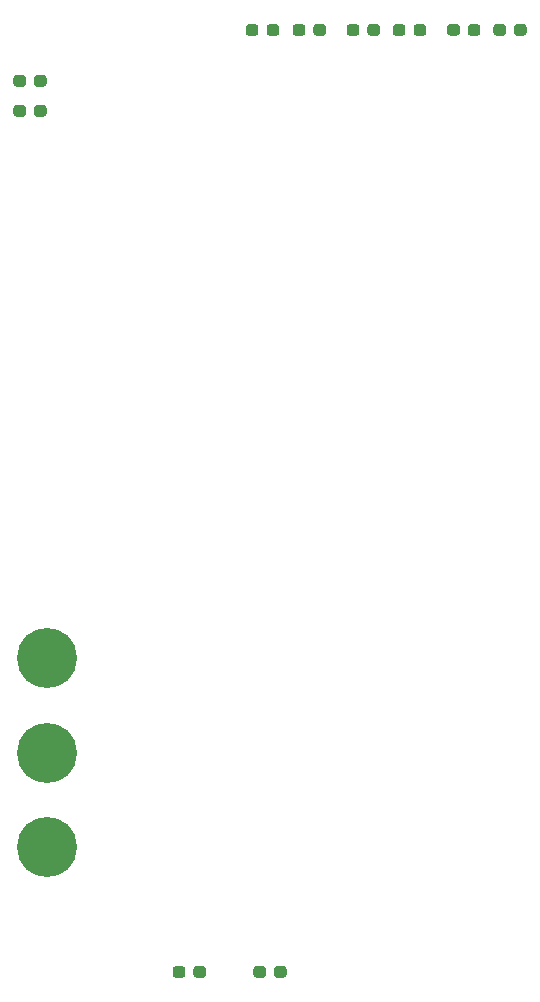
<source format=gbr>
G04 #@! TF.GenerationSoftware,KiCad,Pcbnew,(5.0.0)*
G04 #@! TF.CreationDate,2018-12-18T18:47:31-06:00*
G04 #@! TF.ProjectId,LightingBoard_Hardware,4C69676874696E67426F6172645F4861,rev?*
G04 #@! TF.SameCoordinates,Original*
G04 #@! TF.FileFunction,Paste,Top*
G04 #@! TF.FilePolarity,Positive*
%FSLAX46Y46*%
G04 Gerber Fmt 4.6, Leading zero omitted, Abs format (unit mm)*
G04 Created by KiCad (PCBNEW (5.0.0)) date 12/18/18 18:47:31*
%MOMM*%
%LPD*%
G01*
G04 APERTURE LIST*
%ADD10C,0.100000*%
%ADD11C,0.950000*%
%ADD12C,5.080000*%
G04 APERTURE END LIST*
D10*
G04 #@! TO.C,C1*
G36*
X118293779Y-49945144D02*
X118316834Y-49948563D01*
X118339443Y-49954227D01*
X118361387Y-49962079D01*
X118382457Y-49972044D01*
X118402448Y-49984026D01*
X118421168Y-49997910D01*
X118438438Y-50013562D01*
X118454090Y-50030832D01*
X118467974Y-50049552D01*
X118479956Y-50069543D01*
X118489921Y-50090613D01*
X118497773Y-50112557D01*
X118503437Y-50135166D01*
X118506856Y-50158221D01*
X118508000Y-50181500D01*
X118508000Y-50656500D01*
X118506856Y-50679779D01*
X118503437Y-50702834D01*
X118497773Y-50725443D01*
X118489921Y-50747387D01*
X118479956Y-50768457D01*
X118467974Y-50788448D01*
X118454090Y-50807168D01*
X118438438Y-50824438D01*
X118421168Y-50840090D01*
X118402448Y-50853974D01*
X118382457Y-50865956D01*
X118361387Y-50875921D01*
X118339443Y-50883773D01*
X118316834Y-50889437D01*
X118293779Y-50892856D01*
X118270500Y-50894000D01*
X117695500Y-50894000D01*
X117672221Y-50892856D01*
X117649166Y-50889437D01*
X117626557Y-50883773D01*
X117604613Y-50875921D01*
X117583543Y-50865956D01*
X117563552Y-50853974D01*
X117544832Y-50840090D01*
X117527562Y-50824438D01*
X117511910Y-50807168D01*
X117498026Y-50788448D01*
X117486044Y-50768457D01*
X117476079Y-50747387D01*
X117468227Y-50725443D01*
X117462563Y-50702834D01*
X117459144Y-50679779D01*
X117458000Y-50656500D01*
X117458000Y-50181500D01*
X117459144Y-50158221D01*
X117462563Y-50135166D01*
X117468227Y-50112557D01*
X117476079Y-50090613D01*
X117486044Y-50069543D01*
X117498026Y-50049552D01*
X117511910Y-50030832D01*
X117527562Y-50013562D01*
X117544832Y-49997910D01*
X117563552Y-49984026D01*
X117583543Y-49972044D01*
X117604613Y-49962079D01*
X117626557Y-49954227D01*
X117649166Y-49948563D01*
X117672221Y-49945144D01*
X117695500Y-49944000D01*
X118270500Y-49944000D01*
X118293779Y-49945144D01*
X118293779Y-49945144D01*
G37*
D11*
X117983000Y-50419000D03*
D10*
G36*
X120043779Y-49945144D02*
X120066834Y-49948563D01*
X120089443Y-49954227D01*
X120111387Y-49962079D01*
X120132457Y-49972044D01*
X120152448Y-49984026D01*
X120171168Y-49997910D01*
X120188438Y-50013562D01*
X120204090Y-50030832D01*
X120217974Y-50049552D01*
X120229956Y-50069543D01*
X120239921Y-50090613D01*
X120247773Y-50112557D01*
X120253437Y-50135166D01*
X120256856Y-50158221D01*
X120258000Y-50181500D01*
X120258000Y-50656500D01*
X120256856Y-50679779D01*
X120253437Y-50702834D01*
X120247773Y-50725443D01*
X120239921Y-50747387D01*
X120229956Y-50768457D01*
X120217974Y-50788448D01*
X120204090Y-50807168D01*
X120188438Y-50824438D01*
X120171168Y-50840090D01*
X120152448Y-50853974D01*
X120132457Y-50865956D01*
X120111387Y-50875921D01*
X120089443Y-50883773D01*
X120066834Y-50889437D01*
X120043779Y-50892856D01*
X120020500Y-50894000D01*
X119445500Y-50894000D01*
X119422221Y-50892856D01*
X119399166Y-50889437D01*
X119376557Y-50883773D01*
X119354613Y-50875921D01*
X119333543Y-50865956D01*
X119313552Y-50853974D01*
X119294832Y-50840090D01*
X119277562Y-50824438D01*
X119261910Y-50807168D01*
X119248026Y-50788448D01*
X119236044Y-50768457D01*
X119226079Y-50747387D01*
X119218227Y-50725443D01*
X119212563Y-50702834D01*
X119209144Y-50679779D01*
X119208000Y-50656500D01*
X119208000Y-50181500D01*
X119209144Y-50158221D01*
X119212563Y-50135166D01*
X119218227Y-50112557D01*
X119226079Y-50090613D01*
X119236044Y-50069543D01*
X119248026Y-50049552D01*
X119261910Y-50030832D01*
X119277562Y-50013562D01*
X119294832Y-49997910D01*
X119313552Y-49984026D01*
X119333543Y-49972044D01*
X119354613Y-49962079D01*
X119376557Y-49954227D01*
X119399166Y-49948563D01*
X119422221Y-49945144D01*
X119445500Y-49944000D01*
X120020500Y-49944000D01*
X120043779Y-49945144D01*
X120043779Y-49945144D01*
G37*
D11*
X119733000Y-50419000D03*
G04 #@! TD*
D10*
G04 #@! TO.C,C2*
G36*
X138613779Y-122843144D02*
X138636834Y-122846563D01*
X138659443Y-122852227D01*
X138681387Y-122860079D01*
X138702457Y-122870044D01*
X138722448Y-122882026D01*
X138741168Y-122895910D01*
X138758438Y-122911562D01*
X138774090Y-122928832D01*
X138787974Y-122947552D01*
X138799956Y-122967543D01*
X138809921Y-122988613D01*
X138817773Y-123010557D01*
X138823437Y-123033166D01*
X138826856Y-123056221D01*
X138828000Y-123079500D01*
X138828000Y-123554500D01*
X138826856Y-123577779D01*
X138823437Y-123600834D01*
X138817773Y-123623443D01*
X138809921Y-123645387D01*
X138799956Y-123666457D01*
X138787974Y-123686448D01*
X138774090Y-123705168D01*
X138758438Y-123722438D01*
X138741168Y-123738090D01*
X138722448Y-123751974D01*
X138702457Y-123763956D01*
X138681387Y-123773921D01*
X138659443Y-123781773D01*
X138636834Y-123787437D01*
X138613779Y-123790856D01*
X138590500Y-123792000D01*
X138015500Y-123792000D01*
X137992221Y-123790856D01*
X137969166Y-123787437D01*
X137946557Y-123781773D01*
X137924613Y-123773921D01*
X137903543Y-123763956D01*
X137883552Y-123751974D01*
X137864832Y-123738090D01*
X137847562Y-123722438D01*
X137831910Y-123705168D01*
X137818026Y-123686448D01*
X137806044Y-123666457D01*
X137796079Y-123645387D01*
X137788227Y-123623443D01*
X137782563Y-123600834D01*
X137779144Y-123577779D01*
X137778000Y-123554500D01*
X137778000Y-123079500D01*
X137779144Y-123056221D01*
X137782563Y-123033166D01*
X137788227Y-123010557D01*
X137796079Y-122988613D01*
X137806044Y-122967543D01*
X137818026Y-122947552D01*
X137831910Y-122928832D01*
X137847562Y-122911562D01*
X137864832Y-122895910D01*
X137883552Y-122882026D01*
X137903543Y-122870044D01*
X137924613Y-122860079D01*
X137946557Y-122852227D01*
X137969166Y-122846563D01*
X137992221Y-122843144D01*
X138015500Y-122842000D01*
X138590500Y-122842000D01*
X138613779Y-122843144D01*
X138613779Y-122843144D01*
G37*
D11*
X138303000Y-123317000D03*
D10*
G36*
X140363779Y-122843144D02*
X140386834Y-122846563D01*
X140409443Y-122852227D01*
X140431387Y-122860079D01*
X140452457Y-122870044D01*
X140472448Y-122882026D01*
X140491168Y-122895910D01*
X140508438Y-122911562D01*
X140524090Y-122928832D01*
X140537974Y-122947552D01*
X140549956Y-122967543D01*
X140559921Y-122988613D01*
X140567773Y-123010557D01*
X140573437Y-123033166D01*
X140576856Y-123056221D01*
X140578000Y-123079500D01*
X140578000Y-123554500D01*
X140576856Y-123577779D01*
X140573437Y-123600834D01*
X140567773Y-123623443D01*
X140559921Y-123645387D01*
X140549956Y-123666457D01*
X140537974Y-123686448D01*
X140524090Y-123705168D01*
X140508438Y-123722438D01*
X140491168Y-123738090D01*
X140472448Y-123751974D01*
X140452457Y-123763956D01*
X140431387Y-123773921D01*
X140409443Y-123781773D01*
X140386834Y-123787437D01*
X140363779Y-123790856D01*
X140340500Y-123792000D01*
X139765500Y-123792000D01*
X139742221Y-123790856D01*
X139719166Y-123787437D01*
X139696557Y-123781773D01*
X139674613Y-123773921D01*
X139653543Y-123763956D01*
X139633552Y-123751974D01*
X139614832Y-123738090D01*
X139597562Y-123722438D01*
X139581910Y-123705168D01*
X139568026Y-123686448D01*
X139556044Y-123666457D01*
X139546079Y-123645387D01*
X139538227Y-123623443D01*
X139532563Y-123600834D01*
X139529144Y-123577779D01*
X139528000Y-123554500D01*
X139528000Y-123079500D01*
X139529144Y-123056221D01*
X139532563Y-123033166D01*
X139538227Y-123010557D01*
X139546079Y-122988613D01*
X139556044Y-122967543D01*
X139568026Y-122947552D01*
X139581910Y-122928832D01*
X139597562Y-122911562D01*
X139614832Y-122895910D01*
X139633552Y-122882026D01*
X139653543Y-122870044D01*
X139674613Y-122860079D01*
X139696557Y-122852227D01*
X139719166Y-122846563D01*
X139742221Y-122843144D01*
X139765500Y-122842000D01*
X140340500Y-122842000D01*
X140363779Y-122843144D01*
X140363779Y-122843144D01*
G37*
D11*
X140053000Y-123317000D03*
G04 #@! TD*
D10*
G04 #@! TO.C,C3*
G36*
X131783779Y-122843144D02*
X131806834Y-122846563D01*
X131829443Y-122852227D01*
X131851387Y-122860079D01*
X131872457Y-122870044D01*
X131892448Y-122882026D01*
X131911168Y-122895910D01*
X131928438Y-122911562D01*
X131944090Y-122928832D01*
X131957974Y-122947552D01*
X131969956Y-122967543D01*
X131979921Y-122988613D01*
X131987773Y-123010557D01*
X131993437Y-123033166D01*
X131996856Y-123056221D01*
X131998000Y-123079500D01*
X131998000Y-123554500D01*
X131996856Y-123577779D01*
X131993437Y-123600834D01*
X131987773Y-123623443D01*
X131979921Y-123645387D01*
X131969956Y-123666457D01*
X131957974Y-123686448D01*
X131944090Y-123705168D01*
X131928438Y-123722438D01*
X131911168Y-123738090D01*
X131892448Y-123751974D01*
X131872457Y-123763956D01*
X131851387Y-123773921D01*
X131829443Y-123781773D01*
X131806834Y-123787437D01*
X131783779Y-123790856D01*
X131760500Y-123792000D01*
X131185500Y-123792000D01*
X131162221Y-123790856D01*
X131139166Y-123787437D01*
X131116557Y-123781773D01*
X131094613Y-123773921D01*
X131073543Y-123763956D01*
X131053552Y-123751974D01*
X131034832Y-123738090D01*
X131017562Y-123722438D01*
X131001910Y-123705168D01*
X130988026Y-123686448D01*
X130976044Y-123666457D01*
X130966079Y-123645387D01*
X130958227Y-123623443D01*
X130952563Y-123600834D01*
X130949144Y-123577779D01*
X130948000Y-123554500D01*
X130948000Y-123079500D01*
X130949144Y-123056221D01*
X130952563Y-123033166D01*
X130958227Y-123010557D01*
X130966079Y-122988613D01*
X130976044Y-122967543D01*
X130988026Y-122947552D01*
X131001910Y-122928832D01*
X131017562Y-122911562D01*
X131034832Y-122895910D01*
X131053552Y-122882026D01*
X131073543Y-122870044D01*
X131094613Y-122860079D01*
X131116557Y-122852227D01*
X131139166Y-122846563D01*
X131162221Y-122843144D01*
X131185500Y-122842000D01*
X131760500Y-122842000D01*
X131783779Y-122843144D01*
X131783779Y-122843144D01*
G37*
D11*
X131473000Y-123317000D03*
D10*
G36*
X133533779Y-122843144D02*
X133556834Y-122846563D01*
X133579443Y-122852227D01*
X133601387Y-122860079D01*
X133622457Y-122870044D01*
X133642448Y-122882026D01*
X133661168Y-122895910D01*
X133678438Y-122911562D01*
X133694090Y-122928832D01*
X133707974Y-122947552D01*
X133719956Y-122967543D01*
X133729921Y-122988613D01*
X133737773Y-123010557D01*
X133743437Y-123033166D01*
X133746856Y-123056221D01*
X133748000Y-123079500D01*
X133748000Y-123554500D01*
X133746856Y-123577779D01*
X133743437Y-123600834D01*
X133737773Y-123623443D01*
X133729921Y-123645387D01*
X133719956Y-123666457D01*
X133707974Y-123686448D01*
X133694090Y-123705168D01*
X133678438Y-123722438D01*
X133661168Y-123738090D01*
X133642448Y-123751974D01*
X133622457Y-123763956D01*
X133601387Y-123773921D01*
X133579443Y-123781773D01*
X133556834Y-123787437D01*
X133533779Y-123790856D01*
X133510500Y-123792000D01*
X132935500Y-123792000D01*
X132912221Y-123790856D01*
X132889166Y-123787437D01*
X132866557Y-123781773D01*
X132844613Y-123773921D01*
X132823543Y-123763956D01*
X132803552Y-123751974D01*
X132784832Y-123738090D01*
X132767562Y-123722438D01*
X132751910Y-123705168D01*
X132738026Y-123686448D01*
X132726044Y-123666457D01*
X132716079Y-123645387D01*
X132708227Y-123623443D01*
X132702563Y-123600834D01*
X132699144Y-123577779D01*
X132698000Y-123554500D01*
X132698000Y-123079500D01*
X132699144Y-123056221D01*
X132702563Y-123033166D01*
X132708227Y-123010557D01*
X132716079Y-122988613D01*
X132726044Y-122967543D01*
X132738026Y-122947552D01*
X132751910Y-122928832D01*
X132767562Y-122911562D01*
X132784832Y-122895910D01*
X132803552Y-122882026D01*
X132823543Y-122870044D01*
X132844613Y-122860079D01*
X132866557Y-122852227D01*
X132889166Y-122846563D01*
X132912221Y-122843144D01*
X132935500Y-122842000D01*
X133510500Y-122842000D01*
X133533779Y-122843144D01*
X133533779Y-122843144D01*
G37*
D11*
X133223000Y-123317000D03*
G04 #@! TD*
D12*
G04 #@! TO.C,Conn1*
X120294400Y-112775000D03*
X120294400Y-104776000D03*
X120294400Y-96775000D03*
G04 #@! TD*
D10*
G04 #@! TO.C,D2*
G36*
X143693779Y-43087144D02*
X143716834Y-43090563D01*
X143739443Y-43096227D01*
X143761387Y-43104079D01*
X143782457Y-43114044D01*
X143802448Y-43126026D01*
X143821168Y-43139910D01*
X143838438Y-43155562D01*
X143854090Y-43172832D01*
X143867974Y-43191552D01*
X143879956Y-43211543D01*
X143889921Y-43232613D01*
X143897773Y-43254557D01*
X143903437Y-43277166D01*
X143906856Y-43300221D01*
X143908000Y-43323500D01*
X143908000Y-43798500D01*
X143906856Y-43821779D01*
X143903437Y-43844834D01*
X143897773Y-43867443D01*
X143889921Y-43889387D01*
X143879956Y-43910457D01*
X143867974Y-43930448D01*
X143854090Y-43949168D01*
X143838438Y-43966438D01*
X143821168Y-43982090D01*
X143802448Y-43995974D01*
X143782457Y-44007956D01*
X143761387Y-44017921D01*
X143739443Y-44025773D01*
X143716834Y-44031437D01*
X143693779Y-44034856D01*
X143670500Y-44036000D01*
X143095500Y-44036000D01*
X143072221Y-44034856D01*
X143049166Y-44031437D01*
X143026557Y-44025773D01*
X143004613Y-44017921D01*
X142983543Y-44007956D01*
X142963552Y-43995974D01*
X142944832Y-43982090D01*
X142927562Y-43966438D01*
X142911910Y-43949168D01*
X142898026Y-43930448D01*
X142886044Y-43910457D01*
X142876079Y-43889387D01*
X142868227Y-43867443D01*
X142862563Y-43844834D01*
X142859144Y-43821779D01*
X142858000Y-43798500D01*
X142858000Y-43323500D01*
X142859144Y-43300221D01*
X142862563Y-43277166D01*
X142868227Y-43254557D01*
X142876079Y-43232613D01*
X142886044Y-43211543D01*
X142898026Y-43191552D01*
X142911910Y-43172832D01*
X142927562Y-43155562D01*
X142944832Y-43139910D01*
X142963552Y-43126026D01*
X142983543Y-43114044D01*
X143004613Y-43104079D01*
X143026557Y-43096227D01*
X143049166Y-43090563D01*
X143072221Y-43087144D01*
X143095500Y-43086000D01*
X143670500Y-43086000D01*
X143693779Y-43087144D01*
X143693779Y-43087144D01*
G37*
D11*
X143383000Y-43561000D03*
D10*
G36*
X141943779Y-43087144D02*
X141966834Y-43090563D01*
X141989443Y-43096227D01*
X142011387Y-43104079D01*
X142032457Y-43114044D01*
X142052448Y-43126026D01*
X142071168Y-43139910D01*
X142088438Y-43155562D01*
X142104090Y-43172832D01*
X142117974Y-43191552D01*
X142129956Y-43211543D01*
X142139921Y-43232613D01*
X142147773Y-43254557D01*
X142153437Y-43277166D01*
X142156856Y-43300221D01*
X142158000Y-43323500D01*
X142158000Y-43798500D01*
X142156856Y-43821779D01*
X142153437Y-43844834D01*
X142147773Y-43867443D01*
X142139921Y-43889387D01*
X142129956Y-43910457D01*
X142117974Y-43930448D01*
X142104090Y-43949168D01*
X142088438Y-43966438D01*
X142071168Y-43982090D01*
X142052448Y-43995974D01*
X142032457Y-44007956D01*
X142011387Y-44017921D01*
X141989443Y-44025773D01*
X141966834Y-44031437D01*
X141943779Y-44034856D01*
X141920500Y-44036000D01*
X141345500Y-44036000D01*
X141322221Y-44034856D01*
X141299166Y-44031437D01*
X141276557Y-44025773D01*
X141254613Y-44017921D01*
X141233543Y-44007956D01*
X141213552Y-43995974D01*
X141194832Y-43982090D01*
X141177562Y-43966438D01*
X141161910Y-43949168D01*
X141148026Y-43930448D01*
X141136044Y-43910457D01*
X141126079Y-43889387D01*
X141118227Y-43867443D01*
X141112563Y-43844834D01*
X141109144Y-43821779D01*
X141108000Y-43798500D01*
X141108000Y-43323500D01*
X141109144Y-43300221D01*
X141112563Y-43277166D01*
X141118227Y-43254557D01*
X141126079Y-43232613D01*
X141136044Y-43211543D01*
X141148026Y-43191552D01*
X141161910Y-43172832D01*
X141177562Y-43155562D01*
X141194832Y-43139910D01*
X141213552Y-43126026D01*
X141233543Y-43114044D01*
X141254613Y-43104079D01*
X141276557Y-43096227D01*
X141299166Y-43090563D01*
X141322221Y-43087144D01*
X141345500Y-43086000D01*
X141920500Y-43086000D01*
X141943779Y-43087144D01*
X141943779Y-43087144D01*
G37*
D11*
X141633000Y-43561000D03*
G04 #@! TD*
D10*
G04 #@! TO.C,D3*
G36*
X150424779Y-43087144D02*
X150447834Y-43090563D01*
X150470443Y-43096227D01*
X150492387Y-43104079D01*
X150513457Y-43114044D01*
X150533448Y-43126026D01*
X150552168Y-43139910D01*
X150569438Y-43155562D01*
X150585090Y-43172832D01*
X150598974Y-43191552D01*
X150610956Y-43211543D01*
X150620921Y-43232613D01*
X150628773Y-43254557D01*
X150634437Y-43277166D01*
X150637856Y-43300221D01*
X150639000Y-43323500D01*
X150639000Y-43798500D01*
X150637856Y-43821779D01*
X150634437Y-43844834D01*
X150628773Y-43867443D01*
X150620921Y-43889387D01*
X150610956Y-43910457D01*
X150598974Y-43930448D01*
X150585090Y-43949168D01*
X150569438Y-43966438D01*
X150552168Y-43982090D01*
X150533448Y-43995974D01*
X150513457Y-44007956D01*
X150492387Y-44017921D01*
X150470443Y-44025773D01*
X150447834Y-44031437D01*
X150424779Y-44034856D01*
X150401500Y-44036000D01*
X149826500Y-44036000D01*
X149803221Y-44034856D01*
X149780166Y-44031437D01*
X149757557Y-44025773D01*
X149735613Y-44017921D01*
X149714543Y-44007956D01*
X149694552Y-43995974D01*
X149675832Y-43982090D01*
X149658562Y-43966438D01*
X149642910Y-43949168D01*
X149629026Y-43930448D01*
X149617044Y-43910457D01*
X149607079Y-43889387D01*
X149599227Y-43867443D01*
X149593563Y-43844834D01*
X149590144Y-43821779D01*
X149589000Y-43798500D01*
X149589000Y-43323500D01*
X149590144Y-43300221D01*
X149593563Y-43277166D01*
X149599227Y-43254557D01*
X149607079Y-43232613D01*
X149617044Y-43211543D01*
X149629026Y-43191552D01*
X149642910Y-43172832D01*
X149658562Y-43155562D01*
X149675832Y-43139910D01*
X149694552Y-43126026D01*
X149714543Y-43114044D01*
X149735613Y-43104079D01*
X149757557Y-43096227D01*
X149780166Y-43090563D01*
X149803221Y-43087144D01*
X149826500Y-43086000D01*
X150401500Y-43086000D01*
X150424779Y-43087144D01*
X150424779Y-43087144D01*
G37*
D11*
X150114000Y-43561000D03*
D10*
G36*
X152174779Y-43087144D02*
X152197834Y-43090563D01*
X152220443Y-43096227D01*
X152242387Y-43104079D01*
X152263457Y-43114044D01*
X152283448Y-43126026D01*
X152302168Y-43139910D01*
X152319438Y-43155562D01*
X152335090Y-43172832D01*
X152348974Y-43191552D01*
X152360956Y-43211543D01*
X152370921Y-43232613D01*
X152378773Y-43254557D01*
X152384437Y-43277166D01*
X152387856Y-43300221D01*
X152389000Y-43323500D01*
X152389000Y-43798500D01*
X152387856Y-43821779D01*
X152384437Y-43844834D01*
X152378773Y-43867443D01*
X152370921Y-43889387D01*
X152360956Y-43910457D01*
X152348974Y-43930448D01*
X152335090Y-43949168D01*
X152319438Y-43966438D01*
X152302168Y-43982090D01*
X152283448Y-43995974D01*
X152263457Y-44007956D01*
X152242387Y-44017921D01*
X152220443Y-44025773D01*
X152197834Y-44031437D01*
X152174779Y-44034856D01*
X152151500Y-44036000D01*
X151576500Y-44036000D01*
X151553221Y-44034856D01*
X151530166Y-44031437D01*
X151507557Y-44025773D01*
X151485613Y-44017921D01*
X151464543Y-44007956D01*
X151444552Y-43995974D01*
X151425832Y-43982090D01*
X151408562Y-43966438D01*
X151392910Y-43949168D01*
X151379026Y-43930448D01*
X151367044Y-43910457D01*
X151357079Y-43889387D01*
X151349227Y-43867443D01*
X151343563Y-43844834D01*
X151340144Y-43821779D01*
X151339000Y-43798500D01*
X151339000Y-43323500D01*
X151340144Y-43300221D01*
X151343563Y-43277166D01*
X151349227Y-43254557D01*
X151357079Y-43232613D01*
X151367044Y-43211543D01*
X151379026Y-43191552D01*
X151392910Y-43172832D01*
X151408562Y-43155562D01*
X151425832Y-43139910D01*
X151444552Y-43126026D01*
X151464543Y-43114044D01*
X151485613Y-43104079D01*
X151507557Y-43096227D01*
X151530166Y-43090563D01*
X151553221Y-43087144D01*
X151576500Y-43086000D01*
X152151500Y-43086000D01*
X152174779Y-43087144D01*
X152174779Y-43087144D01*
G37*
D11*
X151864000Y-43561000D03*
G04 #@! TD*
D10*
G04 #@! TO.C,D4*
G36*
X160683779Y-43087144D02*
X160706834Y-43090563D01*
X160729443Y-43096227D01*
X160751387Y-43104079D01*
X160772457Y-43114044D01*
X160792448Y-43126026D01*
X160811168Y-43139910D01*
X160828438Y-43155562D01*
X160844090Y-43172832D01*
X160857974Y-43191552D01*
X160869956Y-43211543D01*
X160879921Y-43232613D01*
X160887773Y-43254557D01*
X160893437Y-43277166D01*
X160896856Y-43300221D01*
X160898000Y-43323500D01*
X160898000Y-43798500D01*
X160896856Y-43821779D01*
X160893437Y-43844834D01*
X160887773Y-43867443D01*
X160879921Y-43889387D01*
X160869956Y-43910457D01*
X160857974Y-43930448D01*
X160844090Y-43949168D01*
X160828438Y-43966438D01*
X160811168Y-43982090D01*
X160792448Y-43995974D01*
X160772457Y-44007956D01*
X160751387Y-44017921D01*
X160729443Y-44025773D01*
X160706834Y-44031437D01*
X160683779Y-44034856D01*
X160660500Y-44036000D01*
X160085500Y-44036000D01*
X160062221Y-44034856D01*
X160039166Y-44031437D01*
X160016557Y-44025773D01*
X159994613Y-44017921D01*
X159973543Y-44007956D01*
X159953552Y-43995974D01*
X159934832Y-43982090D01*
X159917562Y-43966438D01*
X159901910Y-43949168D01*
X159888026Y-43930448D01*
X159876044Y-43910457D01*
X159866079Y-43889387D01*
X159858227Y-43867443D01*
X159852563Y-43844834D01*
X159849144Y-43821779D01*
X159848000Y-43798500D01*
X159848000Y-43323500D01*
X159849144Y-43300221D01*
X159852563Y-43277166D01*
X159858227Y-43254557D01*
X159866079Y-43232613D01*
X159876044Y-43211543D01*
X159888026Y-43191552D01*
X159901910Y-43172832D01*
X159917562Y-43155562D01*
X159934832Y-43139910D01*
X159953552Y-43126026D01*
X159973543Y-43114044D01*
X159994613Y-43104079D01*
X160016557Y-43096227D01*
X160039166Y-43090563D01*
X160062221Y-43087144D01*
X160085500Y-43086000D01*
X160660500Y-43086000D01*
X160683779Y-43087144D01*
X160683779Y-43087144D01*
G37*
D11*
X160373000Y-43561000D03*
D10*
G36*
X158933779Y-43087144D02*
X158956834Y-43090563D01*
X158979443Y-43096227D01*
X159001387Y-43104079D01*
X159022457Y-43114044D01*
X159042448Y-43126026D01*
X159061168Y-43139910D01*
X159078438Y-43155562D01*
X159094090Y-43172832D01*
X159107974Y-43191552D01*
X159119956Y-43211543D01*
X159129921Y-43232613D01*
X159137773Y-43254557D01*
X159143437Y-43277166D01*
X159146856Y-43300221D01*
X159148000Y-43323500D01*
X159148000Y-43798500D01*
X159146856Y-43821779D01*
X159143437Y-43844834D01*
X159137773Y-43867443D01*
X159129921Y-43889387D01*
X159119956Y-43910457D01*
X159107974Y-43930448D01*
X159094090Y-43949168D01*
X159078438Y-43966438D01*
X159061168Y-43982090D01*
X159042448Y-43995974D01*
X159022457Y-44007956D01*
X159001387Y-44017921D01*
X158979443Y-44025773D01*
X158956834Y-44031437D01*
X158933779Y-44034856D01*
X158910500Y-44036000D01*
X158335500Y-44036000D01*
X158312221Y-44034856D01*
X158289166Y-44031437D01*
X158266557Y-44025773D01*
X158244613Y-44017921D01*
X158223543Y-44007956D01*
X158203552Y-43995974D01*
X158184832Y-43982090D01*
X158167562Y-43966438D01*
X158151910Y-43949168D01*
X158138026Y-43930448D01*
X158126044Y-43910457D01*
X158116079Y-43889387D01*
X158108227Y-43867443D01*
X158102563Y-43844834D01*
X158099144Y-43821779D01*
X158098000Y-43798500D01*
X158098000Y-43323500D01*
X158099144Y-43300221D01*
X158102563Y-43277166D01*
X158108227Y-43254557D01*
X158116079Y-43232613D01*
X158126044Y-43211543D01*
X158138026Y-43191552D01*
X158151910Y-43172832D01*
X158167562Y-43155562D01*
X158184832Y-43139910D01*
X158203552Y-43126026D01*
X158223543Y-43114044D01*
X158244613Y-43104079D01*
X158266557Y-43096227D01*
X158289166Y-43090563D01*
X158312221Y-43087144D01*
X158335500Y-43086000D01*
X158910500Y-43086000D01*
X158933779Y-43087144D01*
X158933779Y-43087144D01*
G37*
D11*
X158623000Y-43561000D03*
G04 #@! TD*
D10*
G04 #@! TO.C,R1*
G36*
X118293779Y-47405144D02*
X118316834Y-47408563D01*
X118339443Y-47414227D01*
X118361387Y-47422079D01*
X118382457Y-47432044D01*
X118402448Y-47444026D01*
X118421168Y-47457910D01*
X118438438Y-47473562D01*
X118454090Y-47490832D01*
X118467974Y-47509552D01*
X118479956Y-47529543D01*
X118489921Y-47550613D01*
X118497773Y-47572557D01*
X118503437Y-47595166D01*
X118506856Y-47618221D01*
X118508000Y-47641500D01*
X118508000Y-48116500D01*
X118506856Y-48139779D01*
X118503437Y-48162834D01*
X118497773Y-48185443D01*
X118489921Y-48207387D01*
X118479956Y-48228457D01*
X118467974Y-48248448D01*
X118454090Y-48267168D01*
X118438438Y-48284438D01*
X118421168Y-48300090D01*
X118402448Y-48313974D01*
X118382457Y-48325956D01*
X118361387Y-48335921D01*
X118339443Y-48343773D01*
X118316834Y-48349437D01*
X118293779Y-48352856D01*
X118270500Y-48354000D01*
X117695500Y-48354000D01*
X117672221Y-48352856D01*
X117649166Y-48349437D01*
X117626557Y-48343773D01*
X117604613Y-48335921D01*
X117583543Y-48325956D01*
X117563552Y-48313974D01*
X117544832Y-48300090D01*
X117527562Y-48284438D01*
X117511910Y-48267168D01*
X117498026Y-48248448D01*
X117486044Y-48228457D01*
X117476079Y-48207387D01*
X117468227Y-48185443D01*
X117462563Y-48162834D01*
X117459144Y-48139779D01*
X117458000Y-48116500D01*
X117458000Y-47641500D01*
X117459144Y-47618221D01*
X117462563Y-47595166D01*
X117468227Y-47572557D01*
X117476079Y-47550613D01*
X117486044Y-47529543D01*
X117498026Y-47509552D01*
X117511910Y-47490832D01*
X117527562Y-47473562D01*
X117544832Y-47457910D01*
X117563552Y-47444026D01*
X117583543Y-47432044D01*
X117604613Y-47422079D01*
X117626557Y-47414227D01*
X117649166Y-47408563D01*
X117672221Y-47405144D01*
X117695500Y-47404000D01*
X118270500Y-47404000D01*
X118293779Y-47405144D01*
X118293779Y-47405144D01*
G37*
D11*
X117983000Y-47879000D03*
D10*
G36*
X120043779Y-47405144D02*
X120066834Y-47408563D01*
X120089443Y-47414227D01*
X120111387Y-47422079D01*
X120132457Y-47432044D01*
X120152448Y-47444026D01*
X120171168Y-47457910D01*
X120188438Y-47473562D01*
X120204090Y-47490832D01*
X120217974Y-47509552D01*
X120229956Y-47529543D01*
X120239921Y-47550613D01*
X120247773Y-47572557D01*
X120253437Y-47595166D01*
X120256856Y-47618221D01*
X120258000Y-47641500D01*
X120258000Y-48116500D01*
X120256856Y-48139779D01*
X120253437Y-48162834D01*
X120247773Y-48185443D01*
X120239921Y-48207387D01*
X120229956Y-48228457D01*
X120217974Y-48248448D01*
X120204090Y-48267168D01*
X120188438Y-48284438D01*
X120171168Y-48300090D01*
X120152448Y-48313974D01*
X120132457Y-48325956D01*
X120111387Y-48335921D01*
X120089443Y-48343773D01*
X120066834Y-48349437D01*
X120043779Y-48352856D01*
X120020500Y-48354000D01*
X119445500Y-48354000D01*
X119422221Y-48352856D01*
X119399166Y-48349437D01*
X119376557Y-48343773D01*
X119354613Y-48335921D01*
X119333543Y-48325956D01*
X119313552Y-48313974D01*
X119294832Y-48300090D01*
X119277562Y-48284438D01*
X119261910Y-48267168D01*
X119248026Y-48248448D01*
X119236044Y-48228457D01*
X119226079Y-48207387D01*
X119218227Y-48185443D01*
X119212563Y-48162834D01*
X119209144Y-48139779D01*
X119208000Y-48116500D01*
X119208000Y-47641500D01*
X119209144Y-47618221D01*
X119212563Y-47595166D01*
X119218227Y-47572557D01*
X119226079Y-47550613D01*
X119236044Y-47529543D01*
X119248026Y-47509552D01*
X119261910Y-47490832D01*
X119277562Y-47473562D01*
X119294832Y-47457910D01*
X119313552Y-47444026D01*
X119333543Y-47432044D01*
X119354613Y-47422079D01*
X119376557Y-47414227D01*
X119399166Y-47408563D01*
X119422221Y-47405144D01*
X119445500Y-47404000D01*
X120020500Y-47404000D01*
X120043779Y-47405144D01*
X120043779Y-47405144D01*
G37*
D11*
X119733000Y-47879000D03*
G04 #@! TD*
D10*
G04 #@! TO.C,R2*
G36*
X139728779Y-43087144D02*
X139751834Y-43090563D01*
X139774443Y-43096227D01*
X139796387Y-43104079D01*
X139817457Y-43114044D01*
X139837448Y-43126026D01*
X139856168Y-43139910D01*
X139873438Y-43155562D01*
X139889090Y-43172832D01*
X139902974Y-43191552D01*
X139914956Y-43211543D01*
X139924921Y-43232613D01*
X139932773Y-43254557D01*
X139938437Y-43277166D01*
X139941856Y-43300221D01*
X139943000Y-43323500D01*
X139943000Y-43798500D01*
X139941856Y-43821779D01*
X139938437Y-43844834D01*
X139932773Y-43867443D01*
X139924921Y-43889387D01*
X139914956Y-43910457D01*
X139902974Y-43930448D01*
X139889090Y-43949168D01*
X139873438Y-43966438D01*
X139856168Y-43982090D01*
X139837448Y-43995974D01*
X139817457Y-44007956D01*
X139796387Y-44017921D01*
X139774443Y-44025773D01*
X139751834Y-44031437D01*
X139728779Y-44034856D01*
X139705500Y-44036000D01*
X139130500Y-44036000D01*
X139107221Y-44034856D01*
X139084166Y-44031437D01*
X139061557Y-44025773D01*
X139039613Y-44017921D01*
X139018543Y-44007956D01*
X138998552Y-43995974D01*
X138979832Y-43982090D01*
X138962562Y-43966438D01*
X138946910Y-43949168D01*
X138933026Y-43930448D01*
X138921044Y-43910457D01*
X138911079Y-43889387D01*
X138903227Y-43867443D01*
X138897563Y-43844834D01*
X138894144Y-43821779D01*
X138893000Y-43798500D01*
X138893000Y-43323500D01*
X138894144Y-43300221D01*
X138897563Y-43277166D01*
X138903227Y-43254557D01*
X138911079Y-43232613D01*
X138921044Y-43211543D01*
X138933026Y-43191552D01*
X138946910Y-43172832D01*
X138962562Y-43155562D01*
X138979832Y-43139910D01*
X138998552Y-43126026D01*
X139018543Y-43114044D01*
X139039613Y-43104079D01*
X139061557Y-43096227D01*
X139084166Y-43090563D01*
X139107221Y-43087144D01*
X139130500Y-43086000D01*
X139705500Y-43086000D01*
X139728779Y-43087144D01*
X139728779Y-43087144D01*
G37*
D11*
X139418000Y-43561000D03*
D10*
G36*
X137978779Y-43087144D02*
X138001834Y-43090563D01*
X138024443Y-43096227D01*
X138046387Y-43104079D01*
X138067457Y-43114044D01*
X138087448Y-43126026D01*
X138106168Y-43139910D01*
X138123438Y-43155562D01*
X138139090Y-43172832D01*
X138152974Y-43191552D01*
X138164956Y-43211543D01*
X138174921Y-43232613D01*
X138182773Y-43254557D01*
X138188437Y-43277166D01*
X138191856Y-43300221D01*
X138193000Y-43323500D01*
X138193000Y-43798500D01*
X138191856Y-43821779D01*
X138188437Y-43844834D01*
X138182773Y-43867443D01*
X138174921Y-43889387D01*
X138164956Y-43910457D01*
X138152974Y-43930448D01*
X138139090Y-43949168D01*
X138123438Y-43966438D01*
X138106168Y-43982090D01*
X138087448Y-43995974D01*
X138067457Y-44007956D01*
X138046387Y-44017921D01*
X138024443Y-44025773D01*
X138001834Y-44031437D01*
X137978779Y-44034856D01*
X137955500Y-44036000D01*
X137380500Y-44036000D01*
X137357221Y-44034856D01*
X137334166Y-44031437D01*
X137311557Y-44025773D01*
X137289613Y-44017921D01*
X137268543Y-44007956D01*
X137248552Y-43995974D01*
X137229832Y-43982090D01*
X137212562Y-43966438D01*
X137196910Y-43949168D01*
X137183026Y-43930448D01*
X137171044Y-43910457D01*
X137161079Y-43889387D01*
X137153227Y-43867443D01*
X137147563Y-43844834D01*
X137144144Y-43821779D01*
X137143000Y-43798500D01*
X137143000Y-43323500D01*
X137144144Y-43300221D01*
X137147563Y-43277166D01*
X137153227Y-43254557D01*
X137161079Y-43232613D01*
X137171044Y-43211543D01*
X137183026Y-43191552D01*
X137196910Y-43172832D01*
X137212562Y-43155562D01*
X137229832Y-43139910D01*
X137248552Y-43126026D01*
X137268543Y-43114044D01*
X137289613Y-43104079D01*
X137311557Y-43096227D01*
X137334166Y-43090563D01*
X137357221Y-43087144D01*
X137380500Y-43086000D01*
X137955500Y-43086000D01*
X137978779Y-43087144D01*
X137978779Y-43087144D01*
G37*
D11*
X137668000Y-43561000D03*
G04 #@! TD*
D10*
G04 #@! TO.C,R3*
G36*
X146515779Y-43087144D02*
X146538834Y-43090563D01*
X146561443Y-43096227D01*
X146583387Y-43104079D01*
X146604457Y-43114044D01*
X146624448Y-43126026D01*
X146643168Y-43139910D01*
X146660438Y-43155562D01*
X146676090Y-43172832D01*
X146689974Y-43191552D01*
X146701956Y-43211543D01*
X146711921Y-43232613D01*
X146719773Y-43254557D01*
X146725437Y-43277166D01*
X146728856Y-43300221D01*
X146730000Y-43323500D01*
X146730000Y-43798500D01*
X146728856Y-43821779D01*
X146725437Y-43844834D01*
X146719773Y-43867443D01*
X146711921Y-43889387D01*
X146701956Y-43910457D01*
X146689974Y-43930448D01*
X146676090Y-43949168D01*
X146660438Y-43966438D01*
X146643168Y-43982090D01*
X146624448Y-43995974D01*
X146604457Y-44007956D01*
X146583387Y-44017921D01*
X146561443Y-44025773D01*
X146538834Y-44031437D01*
X146515779Y-44034856D01*
X146492500Y-44036000D01*
X145917500Y-44036000D01*
X145894221Y-44034856D01*
X145871166Y-44031437D01*
X145848557Y-44025773D01*
X145826613Y-44017921D01*
X145805543Y-44007956D01*
X145785552Y-43995974D01*
X145766832Y-43982090D01*
X145749562Y-43966438D01*
X145733910Y-43949168D01*
X145720026Y-43930448D01*
X145708044Y-43910457D01*
X145698079Y-43889387D01*
X145690227Y-43867443D01*
X145684563Y-43844834D01*
X145681144Y-43821779D01*
X145680000Y-43798500D01*
X145680000Y-43323500D01*
X145681144Y-43300221D01*
X145684563Y-43277166D01*
X145690227Y-43254557D01*
X145698079Y-43232613D01*
X145708044Y-43211543D01*
X145720026Y-43191552D01*
X145733910Y-43172832D01*
X145749562Y-43155562D01*
X145766832Y-43139910D01*
X145785552Y-43126026D01*
X145805543Y-43114044D01*
X145826613Y-43104079D01*
X145848557Y-43096227D01*
X145871166Y-43090563D01*
X145894221Y-43087144D01*
X145917500Y-43086000D01*
X146492500Y-43086000D01*
X146515779Y-43087144D01*
X146515779Y-43087144D01*
G37*
D11*
X146205000Y-43561000D03*
D10*
G36*
X148265779Y-43087144D02*
X148288834Y-43090563D01*
X148311443Y-43096227D01*
X148333387Y-43104079D01*
X148354457Y-43114044D01*
X148374448Y-43126026D01*
X148393168Y-43139910D01*
X148410438Y-43155562D01*
X148426090Y-43172832D01*
X148439974Y-43191552D01*
X148451956Y-43211543D01*
X148461921Y-43232613D01*
X148469773Y-43254557D01*
X148475437Y-43277166D01*
X148478856Y-43300221D01*
X148480000Y-43323500D01*
X148480000Y-43798500D01*
X148478856Y-43821779D01*
X148475437Y-43844834D01*
X148469773Y-43867443D01*
X148461921Y-43889387D01*
X148451956Y-43910457D01*
X148439974Y-43930448D01*
X148426090Y-43949168D01*
X148410438Y-43966438D01*
X148393168Y-43982090D01*
X148374448Y-43995974D01*
X148354457Y-44007956D01*
X148333387Y-44017921D01*
X148311443Y-44025773D01*
X148288834Y-44031437D01*
X148265779Y-44034856D01*
X148242500Y-44036000D01*
X147667500Y-44036000D01*
X147644221Y-44034856D01*
X147621166Y-44031437D01*
X147598557Y-44025773D01*
X147576613Y-44017921D01*
X147555543Y-44007956D01*
X147535552Y-43995974D01*
X147516832Y-43982090D01*
X147499562Y-43966438D01*
X147483910Y-43949168D01*
X147470026Y-43930448D01*
X147458044Y-43910457D01*
X147448079Y-43889387D01*
X147440227Y-43867443D01*
X147434563Y-43844834D01*
X147431144Y-43821779D01*
X147430000Y-43798500D01*
X147430000Y-43323500D01*
X147431144Y-43300221D01*
X147434563Y-43277166D01*
X147440227Y-43254557D01*
X147448079Y-43232613D01*
X147458044Y-43211543D01*
X147470026Y-43191552D01*
X147483910Y-43172832D01*
X147499562Y-43155562D01*
X147516832Y-43139910D01*
X147535552Y-43126026D01*
X147555543Y-43114044D01*
X147576613Y-43104079D01*
X147598557Y-43096227D01*
X147621166Y-43090563D01*
X147644221Y-43087144D01*
X147667500Y-43086000D01*
X148242500Y-43086000D01*
X148265779Y-43087144D01*
X148265779Y-43087144D01*
G37*
D11*
X147955000Y-43561000D03*
G04 #@! TD*
D10*
G04 #@! TO.C,R4*
G36*
X156774779Y-43087144D02*
X156797834Y-43090563D01*
X156820443Y-43096227D01*
X156842387Y-43104079D01*
X156863457Y-43114044D01*
X156883448Y-43126026D01*
X156902168Y-43139910D01*
X156919438Y-43155562D01*
X156935090Y-43172832D01*
X156948974Y-43191552D01*
X156960956Y-43211543D01*
X156970921Y-43232613D01*
X156978773Y-43254557D01*
X156984437Y-43277166D01*
X156987856Y-43300221D01*
X156989000Y-43323500D01*
X156989000Y-43798500D01*
X156987856Y-43821779D01*
X156984437Y-43844834D01*
X156978773Y-43867443D01*
X156970921Y-43889387D01*
X156960956Y-43910457D01*
X156948974Y-43930448D01*
X156935090Y-43949168D01*
X156919438Y-43966438D01*
X156902168Y-43982090D01*
X156883448Y-43995974D01*
X156863457Y-44007956D01*
X156842387Y-44017921D01*
X156820443Y-44025773D01*
X156797834Y-44031437D01*
X156774779Y-44034856D01*
X156751500Y-44036000D01*
X156176500Y-44036000D01*
X156153221Y-44034856D01*
X156130166Y-44031437D01*
X156107557Y-44025773D01*
X156085613Y-44017921D01*
X156064543Y-44007956D01*
X156044552Y-43995974D01*
X156025832Y-43982090D01*
X156008562Y-43966438D01*
X155992910Y-43949168D01*
X155979026Y-43930448D01*
X155967044Y-43910457D01*
X155957079Y-43889387D01*
X155949227Y-43867443D01*
X155943563Y-43844834D01*
X155940144Y-43821779D01*
X155939000Y-43798500D01*
X155939000Y-43323500D01*
X155940144Y-43300221D01*
X155943563Y-43277166D01*
X155949227Y-43254557D01*
X155957079Y-43232613D01*
X155967044Y-43211543D01*
X155979026Y-43191552D01*
X155992910Y-43172832D01*
X156008562Y-43155562D01*
X156025832Y-43139910D01*
X156044552Y-43126026D01*
X156064543Y-43114044D01*
X156085613Y-43104079D01*
X156107557Y-43096227D01*
X156130166Y-43090563D01*
X156153221Y-43087144D01*
X156176500Y-43086000D01*
X156751500Y-43086000D01*
X156774779Y-43087144D01*
X156774779Y-43087144D01*
G37*
D11*
X156464000Y-43561000D03*
D10*
G36*
X155024779Y-43087144D02*
X155047834Y-43090563D01*
X155070443Y-43096227D01*
X155092387Y-43104079D01*
X155113457Y-43114044D01*
X155133448Y-43126026D01*
X155152168Y-43139910D01*
X155169438Y-43155562D01*
X155185090Y-43172832D01*
X155198974Y-43191552D01*
X155210956Y-43211543D01*
X155220921Y-43232613D01*
X155228773Y-43254557D01*
X155234437Y-43277166D01*
X155237856Y-43300221D01*
X155239000Y-43323500D01*
X155239000Y-43798500D01*
X155237856Y-43821779D01*
X155234437Y-43844834D01*
X155228773Y-43867443D01*
X155220921Y-43889387D01*
X155210956Y-43910457D01*
X155198974Y-43930448D01*
X155185090Y-43949168D01*
X155169438Y-43966438D01*
X155152168Y-43982090D01*
X155133448Y-43995974D01*
X155113457Y-44007956D01*
X155092387Y-44017921D01*
X155070443Y-44025773D01*
X155047834Y-44031437D01*
X155024779Y-44034856D01*
X155001500Y-44036000D01*
X154426500Y-44036000D01*
X154403221Y-44034856D01*
X154380166Y-44031437D01*
X154357557Y-44025773D01*
X154335613Y-44017921D01*
X154314543Y-44007956D01*
X154294552Y-43995974D01*
X154275832Y-43982090D01*
X154258562Y-43966438D01*
X154242910Y-43949168D01*
X154229026Y-43930448D01*
X154217044Y-43910457D01*
X154207079Y-43889387D01*
X154199227Y-43867443D01*
X154193563Y-43844834D01*
X154190144Y-43821779D01*
X154189000Y-43798500D01*
X154189000Y-43323500D01*
X154190144Y-43300221D01*
X154193563Y-43277166D01*
X154199227Y-43254557D01*
X154207079Y-43232613D01*
X154217044Y-43211543D01*
X154229026Y-43191552D01*
X154242910Y-43172832D01*
X154258562Y-43155562D01*
X154275832Y-43139910D01*
X154294552Y-43126026D01*
X154314543Y-43114044D01*
X154335613Y-43104079D01*
X154357557Y-43096227D01*
X154380166Y-43090563D01*
X154403221Y-43087144D01*
X154426500Y-43086000D01*
X155001500Y-43086000D01*
X155024779Y-43087144D01*
X155024779Y-43087144D01*
G37*
D11*
X154714000Y-43561000D03*
G04 #@! TD*
M02*

</source>
